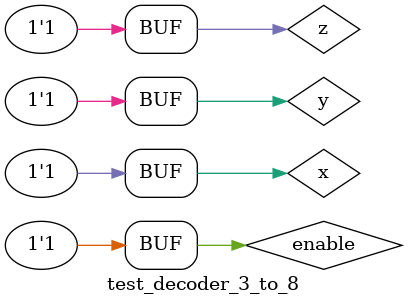
<source format=v>

module decoder_3_to_8(D,x,y,z,enable);
    output [0:7] D;
    input x,y,z,enable;
    wire not_x,not_y,not_z;
    not G1(not_x,x);
    not G2(not_y,y);
    not G3(not_z,z);
    and G4(D[0],not_x,not_y,not_z,enable);
    and G5(D[1],not_x,not_y,z,enable);
    and	G6(D[2],not_x,y,not_z,enable);
    and	G7(D[3],not_x,y,z,enable);
    and	G8(D[4],x,not_y,not_z,enable);
    and	G9(D[5],x,not_y,z,enable);
    and	G10(D[6],x,y,not_z,enable);
    and	G11(D[7],x,y,z,enable);
endmodule

module test_decoder_3_to_8();
    wire [0:7] D;
    reg x,y,z,enable;
    decoder_3_to_8 G(D,x,y,z,enable);
    initial
	begin
	    enable=1;x=0;y=0;z=0;
	    #50 enable=1;x=0;y=0;z=1;
       	    #50 enable=1;x=0;y=1;z=0;
	    #50 enable=1;x=0;y=1;z=1;
	    #50 enable=1;x=1;y=0;z=0;
	    #50 enable=1;x=1;y=0;z=1;
	    #50 enable=1;x=1;y=1;z=0;
	    #50 enable=1;x=1;y=1;z=1;
	end
endmodule

</source>
